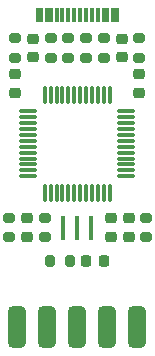
<source format=gbr>
%TF.GenerationSoftware,KiCad,Pcbnew,8.0.1*%
%TF.CreationDate,2024-08-06T23:31:19+08:00*%
%TF.ProjectId,ST-Link-V2.1,53542d4c-696e-46b2-9d56-322e312e6b69,rev?*%
%TF.SameCoordinates,Original*%
%TF.FileFunction,Paste,Top*%
%TF.FilePolarity,Positive*%
%FSLAX46Y46*%
G04 Gerber Fmt 4.6, Leading zero omitted, Abs format (unit mm)*
G04 Created by KiCad (PCBNEW 8.0.1) date 2024-08-06 23:31:19*
%MOMM*%
%LPD*%
G01*
G04 APERTURE LIST*
G04 Aperture macros list*
%AMRoundRect*
0 Rectangle with rounded corners*
0 $1 Rounding radius*
0 $2 $3 $4 $5 $6 $7 $8 $9 X,Y pos of 4 corners*
0 Add a 4 corners polygon primitive as box body*
4,1,4,$2,$3,$4,$5,$6,$7,$8,$9,$2,$3,0*
0 Add four circle primitives for the rounded corners*
1,1,$1+$1,$2,$3*
1,1,$1+$1,$4,$5*
1,1,$1+$1,$6,$7*
1,1,$1+$1,$8,$9*
0 Add four rect primitives between the rounded corners*
20,1,$1+$1,$2,$3,$4,$5,0*
20,1,$1+$1,$4,$5,$6,$7,0*
20,1,$1+$1,$6,$7,$8,$9,0*
20,1,$1+$1,$8,$9,$2,$3,0*%
G04 Aperture macros list end*
%ADD10R,0.400000X2.000000*%
%ADD11RoundRect,0.375000X-0.375000X-1.375000X0.375000X-1.375000X0.375000X1.375000X-0.375000X1.375000X0*%
%ADD12RoundRect,0.218750X0.256250X-0.218750X0.256250X0.218750X-0.256250X0.218750X-0.256250X-0.218750X0*%
%ADD13RoundRect,0.075000X0.075000X-0.662500X0.075000X0.662500X-0.075000X0.662500X-0.075000X-0.662500X0*%
%ADD14RoundRect,0.075000X0.662500X-0.075000X0.662500X0.075000X-0.662500X0.075000X-0.662500X-0.075000X0*%
%ADD15RoundRect,0.200000X-0.275000X0.200000X-0.275000X-0.200000X0.275000X-0.200000X0.275000X0.200000X0*%
%ADD16RoundRect,0.200000X0.275000X-0.200000X0.275000X0.200000X-0.275000X0.200000X-0.275000X-0.200000X0*%
%ADD17RoundRect,0.200000X-0.200000X-0.275000X0.200000X-0.275000X0.200000X0.275000X-0.200000X0.275000X0*%
%ADD18R,0.300000X1.150000*%
%ADD19RoundRect,0.225000X-0.225000X-0.250000X0.225000X-0.250000X0.225000X0.250000X-0.225000X0.250000X0*%
%ADD20RoundRect,0.225000X-0.250000X0.225000X-0.250000X-0.225000X0.250000X-0.225000X0.250000X0.225000X0*%
G04 APERTURE END LIST*
D10*
%TO.C,Y1*%
X57865000Y-58600000D03*
X59065000Y-58600000D03*
X60265000Y-58600000D03*
%TD*%
D11*
%TO.C,J2*%
X64145000Y-67000000D03*
X61605000Y-67000000D03*
X59065000Y-67000000D03*
X56525000Y-67000000D03*
X53985000Y-67000000D03*
%TD*%
D12*
%TO.C,D3*%
X64315000Y-45600000D03*
X64315000Y-47175000D03*
%TD*%
%TO.C,D2*%
X53815000Y-47175000D03*
X53815000Y-45600000D03*
%TD*%
D13*
%TO.C,U1*%
X56315000Y-55662500D03*
X56815000Y-55662500D03*
X57315000Y-55662500D03*
X57815000Y-55662500D03*
X58315000Y-55662500D03*
X58815000Y-55662500D03*
X59315000Y-55662500D03*
X59815000Y-55662500D03*
X60315000Y-55662500D03*
X60815000Y-55662500D03*
X61315000Y-55662500D03*
X61815000Y-55662500D03*
D14*
X63227500Y-54250000D03*
X63227500Y-53750000D03*
X63227500Y-53250000D03*
X63227500Y-52750000D03*
X63227500Y-52250000D03*
X63227500Y-51750000D03*
X63227500Y-51250000D03*
X63227500Y-50750000D03*
X63227500Y-50250000D03*
X63227500Y-49750000D03*
X63227500Y-49250000D03*
X63227500Y-48750000D03*
D13*
X61815000Y-47337500D03*
X61315000Y-47337500D03*
X60815000Y-47337500D03*
X60315000Y-47337500D03*
X59815000Y-47337500D03*
X59315000Y-47337500D03*
X58815000Y-47337500D03*
X58315000Y-47337500D03*
X57815000Y-47337500D03*
X57315000Y-47337500D03*
X56815000Y-47337500D03*
X56315000Y-47337500D03*
D14*
X54902500Y-48750000D03*
X54902500Y-49250000D03*
X54902500Y-49750000D03*
X54902500Y-50250000D03*
X54902500Y-50750000D03*
X54902500Y-51250000D03*
X54902500Y-51750000D03*
X54902500Y-52250000D03*
X54902500Y-52750000D03*
X54902500Y-53250000D03*
X54902500Y-53750000D03*
X54902500Y-54250000D03*
%TD*%
D15*
%TO.C,R19*%
X64315000Y-42575000D03*
X64315000Y-44225000D03*
%TD*%
%TO.C,R18*%
X53815000Y-42575000D03*
X53815000Y-44225000D03*
%TD*%
D16*
%TO.C,R17*%
X64915000Y-59425000D03*
X64915000Y-57775000D03*
%TD*%
%TO.C,R7*%
X56315000Y-59425000D03*
X56315000Y-57775000D03*
%TD*%
D15*
%TO.C,R6*%
X58315000Y-42575000D03*
X58315000Y-44225000D03*
%TD*%
%TO.C,R5*%
X59815000Y-42575000D03*
X59815000Y-44225000D03*
%TD*%
%TO.C,R4*%
X56815000Y-42575000D03*
X56815000Y-44225000D03*
%TD*%
%TO.C,R3*%
X61315000Y-42575000D03*
X61315000Y-44225000D03*
%TD*%
%TO.C,R2*%
X53315000Y-57775000D03*
X53315000Y-59425000D03*
%TD*%
D17*
%TO.C,R1*%
X56790000Y-61400000D03*
X58440000Y-61400000D03*
%TD*%
D18*
%TO.C,J1*%
X62415000Y-40585000D03*
X61615000Y-40585000D03*
X60315000Y-40585000D03*
X59315000Y-40585000D03*
X58815000Y-40585000D03*
X57815000Y-40585000D03*
X56515000Y-40585000D03*
X55715000Y-40585000D03*
X56015000Y-40585000D03*
X56815000Y-40585000D03*
X57315000Y-40585000D03*
X58315000Y-40585000D03*
X59815000Y-40585000D03*
X60815000Y-40585000D03*
X61315000Y-40585000D03*
X62115000Y-40585000D03*
%TD*%
D19*
%TO.C,C6*%
X59815000Y-61400000D03*
X61365000Y-61400000D03*
%TD*%
D20*
%TO.C,C5*%
X63415000Y-57825000D03*
X63415000Y-59375000D03*
%TD*%
%TO.C,C4*%
X61915000Y-57825000D03*
X61915000Y-59375000D03*
%TD*%
%TO.C,C3*%
X54815000Y-57825000D03*
X54815000Y-59375000D03*
%TD*%
%TO.C,C2*%
X62815000Y-42625000D03*
X62815000Y-44175000D03*
%TD*%
%TO.C,C1*%
X55315000Y-42625000D03*
X55315000Y-44175000D03*
%TD*%
M02*

</source>
